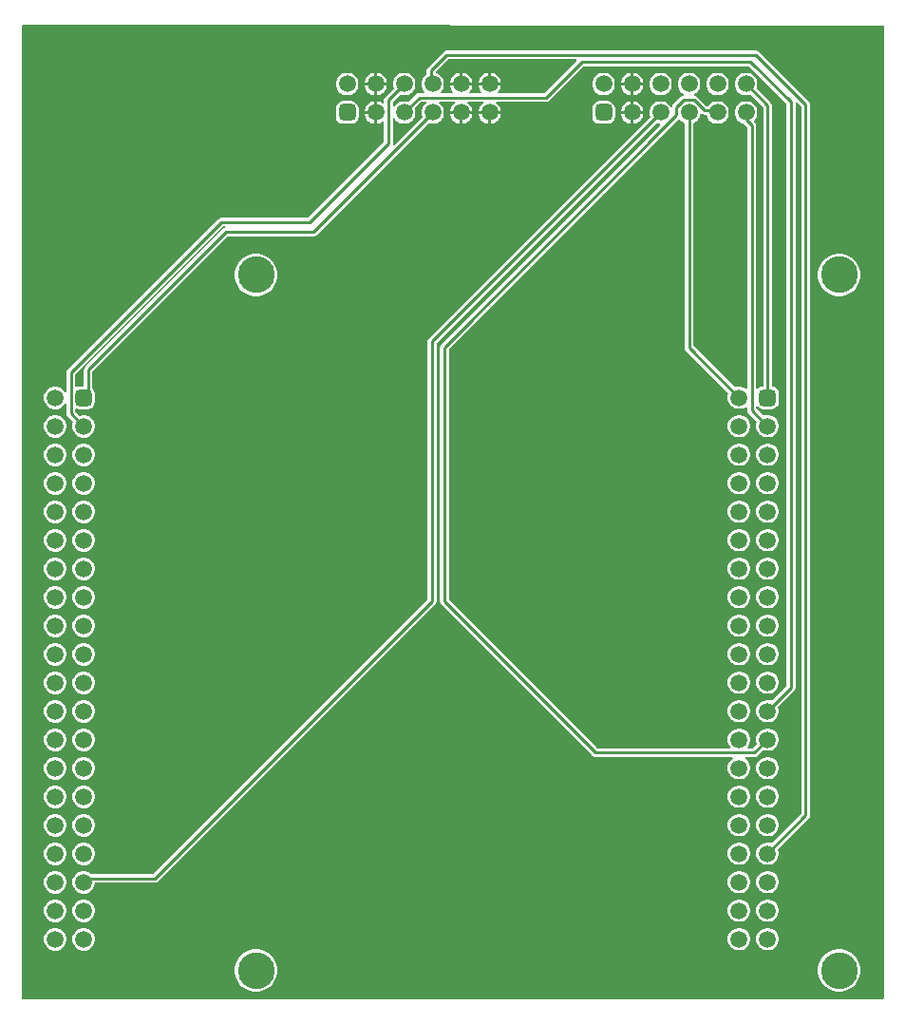
<source format=gtl>
G04*
G04 #@! TF.GenerationSoftware,Altium Limited,Altium Designer,23.6.0 (18)*
G04*
G04 Layer_Physical_Order=1*
G04 Layer_Color=255*
%FSLAX44Y44*%
%MOMM*%
G71*
G04*
G04 #@! TF.SameCoordinates,601DDEDB-8D37-4A0F-BDDB-BED4ADFAC405*
G04*
G04*
G04 #@! TF.FilePolarity,Positive*
G04*
G01*
G75*
%ADD13C,0.2540*%
%ADD16C,3.2639*%
%ADD18C,1.5000*%
G04:AMPARAMS|DCode=19|XSize=1.5mm|YSize=1.5mm|CornerRadius=0.375mm|HoleSize=0mm|Usage=FLASHONLY|Rotation=0.000|XOffset=0mm|YOffset=0mm|HoleType=Round|Shape=RoundedRectangle|*
%AMROUNDEDRECTD19*
21,1,1.5000,0.7500,0,0,0.0*
21,1,0.7500,1.5000,0,0,0.0*
1,1,0.7500,0.3750,-0.3750*
1,1,0.7500,-0.3750,-0.3750*
1,1,0.7500,-0.3750,0.3750*
1,1,0.7500,0.3750,0.3750*
%
%ADD19ROUNDEDRECTD19*%
G04:AMPARAMS|DCode=20|XSize=1.5mm|YSize=1.5mm|CornerRadius=0.375mm|HoleSize=0mm|Usage=FLASHONLY|Rotation=270.000|XOffset=0mm|YOffset=0mm|HoleType=Round|Shape=RoundedRectangle|*
%AMROUNDEDRECTD20*
21,1,1.5000,0.7500,0,0,270.0*
21,1,0.7500,1.5000,0,0,270.0*
1,1,0.7500,-0.3750,-0.3750*
1,1,0.7500,-0.3750,0.3750*
1,1,0.7500,0.3750,0.3750*
1,1,0.7500,0.3750,-0.3750*
%
%ADD20ROUNDEDRECTD20*%
G36*
X1850000Y994000D02*
Y128000D01*
X1848000Y126000D01*
X1081000D01*
Y994101D01*
X1081899Y994999D01*
X1850000Y994000D01*
D02*
G37*
%LPC*%
G36*
X1626621Y952091D02*
X1626570D01*
Y943321D01*
X1635340D01*
Y943373D01*
X1634655Y945926D01*
X1633334Y948216D01*
X1631464Y950085D01*
X1629175Y951407D01*
X1626621Y952091D01*
D02*
G37*
G36*
X1624030D02*
X1623978D01*
X1621424Y951407D01*
X1619135Y950085D01*
X1617266Y948216D01*
X1615944Y945926D01*
X1615260Y943373D01*
Y943321D01*
X1624030D01*
Y952091D01*
D02*
G37*
G36*
X1398020D02*
X1397968D01*
Y943321D01*
X1406738D01*
Y943373D01*
X1406054Y945926D01*
X1404732Y948216D01*
X1402863Y950085D01*
X1400573Y951407D01*
X1398020Y952091D01*
D02*
G37*
G36*
X1395428D02*
X1395376D01*
X1392823Y951407D01*
X1390533Y950085D01*
X1388664Y948216D01*
X1387342Y945926D01*
X1386658Y943373D01*
Y943321D01*
X1395428D01*
Y952091D01*
D02*
G37*
G36*
X1702821D02*
X1700178D01*
X1697624Y951407D01*
X1695335Y950085D01*
X1693466Y948216D01*
X1692144Y945926D01*
X1691460Y943373D01*
Y940729D01*
X1692144Y938176D01*
X1693466Y935886D01*
X1695335Y934017D01*
X1697624Y932695D01*
X1700178Y932011D01*
X1702821D01*
X1705375Y932695D01*
X1707664Y934017D01*
X1709534Y935886D01*
X1710855Y938176D01*
X1711540Y940729D01*
Y943373D01*
X1710855Y945926D01*
X1709534Y948216D01*
X1707664Y950085D01*
X1705375Y951407D01*
X1702821Y952091D01*
D02*
G37*
G36*
X1652021D02*
X1649378D01*
X1646824Y951407D01*
X1644535Y950085D01*
X1642666Y948216D01*
X1641344Y945926D01*
X1640660Y943373D01*
Y940729D01*
X1641344Y938176D01*
X1642666Y935886D01*
X1644535Y934017D01*
X1646824Y932695D01*
X1649378Y932011D01*
X1652021D01*
X1654575Y932695D01*
X1656864Y934017D01*
X1658734Y935886D01*
X1660055Y938176D01*
X1660740Y940729D01*
Y943373D01*
X1660055Y945926D01*
X1658734Y948216D01*
X1656864Y950085D01*
X1654575Y951407D01*
X1652021Y952091D01*
D02*
G37*
G36*
X1635340Y940781D02*
X1626570D01*
Y932011D01*
X1626621D01*
X1629175Y932695D01*
X1631464Y934017D01*
X1633334Y935886D01*
X1634655Y938176D01*
X1635340Y940729D01*
Y940781D01*
D02*
G37*
G36*
X1624030D02*
X1615260D01*
Y940729D01*
X1615944Y938176D01*
X1617266Y935886D01*
X1619135Y934017D01*
X1621424Y932695D01*
X1623978Y932011D01*
X1624030D01*
Y940781D01*
D02*
G37*
G36*
X1601221Y952091D02*
X1598578D01*
X1596024Y951407D01*
X1593735Y950085D01*
X1591866Y948216D01*
X1590544Y945926D01*
X1589860Y943373D01*
Y940729D01*
X1590544Y938176D01*
X1591866Y935886D01*
X1593735Y934017D01*
X1596024Y932695D01*
X1598578Y932011D01*
X1601221D01*
X1603775Y932695D01*
X1606064Y934017D01*
X1607934Y935886D01*
X1609255Y938176D01*
X1609940Y940729D01*
Y943373D01*
X1609255Y945926D01*
X1607934Y948216D01*
X1606064Y950085D01*
X1603775Y951407D01*
X1601221Y952091D01*
D02*
G37*
G36*
X1406738Y940781D02*
X1397968D01*
Y932011D01*
X1398020D01*
X1400573Y932695D01*
X1402863Y934017D01*
X1404732Y935886D01*
X1406054Y938176D01*
X1406738Y940729D01*
Y940781D01*
D02*
G37*
G36*
X1395428D02*
X1386658D01*
Y940729D01*
X1387342Y938176D01*
X1388664Y935886D01*
X1390533Y934017D01*
X1392823Y932695D01*
X1395376Y932011D01*
X1395428D01*
Y940781D01*
D02*
G37*
G36*
X1372620Y952091D02*
X1369976D01*
X1367423Y951407D01*
X1365134Y950085D01*
X1363264Y948216D01*
X1361942Y945926D01*
X1361258Y943373D01*
Y940729D01*
X1361942Y938176D01*
X1363264Y935886D01*
X1365134Y934017D01*
X1367423Y932695D01*
X1369976Y932011D01*
X1372620D01*
X1375173Y932695D01*
X1377463Y934017D01*
X1379332Y935886D01*
X1380654Y938176D01*
X1381338Y940729D01*
Y943373D01*
X1380654Y945926D01*
X1379332Y948216D01*
X1377463Y950085D01*
X1375173Y951407D01*
X1372620Y952091D01*
D02*
G37*
G36*
X1626621Y926691D02*
X1626570D01*
Y917921D01*
X1635340D01*
Y917973D01*
X1634655Y920526D01*
X1633334Y922816D01*
X1631464Y924685D01*
X1629175Y926007D01*
X1626621Y926691D01*
D02*
G37*
G36*
X1624030D02*
X1623978D01*
X1621424Y926007D01*
X1619135Y924685D01*
X1617266Y922816D01*
X1615944Y920526D01*
X1615260Y917973D01*
Y917921D01*
X1624030D01*
Y926691D01*
D02*
G37*
G36*
X1395428D02*
X1395376D01*
X1392823Y926007D01*
X1390533Y924685D01*
X1388664Y922816D01*
X1387342Y920526D01*
X1386658Y917973D01*
Y917921D01*
X1395428D01*
Y926691D01*
D02*
G37*
G36*
X1635340Y915381D02*
X1626570D01*
Y906611D01*
X1626621D01*
X1629175Y907295D01*
X1631464Y908617D01*
X1633334Y910486D01*
X1634655Y912776D01*
X1635340Y915329D01*
Y915381D01*
D02*
G37*
G36*
X1624030D02*
X1615260D01*
Y915329D01*
X1615944Y912776D01*
X1617266Y910486D01*
X1619135Y908617D01*
X1621424Y907295D01*
X1623978Y906611D01*
X1624030D01*
Y915381D01*
D02*
G37*
G36*
X1508338D02*
X1499568D01*
Y906611D01*
X1499620D01*
X1502173Y907295D01*
X1504463Y908617D01*
X1506332Y910486D01*
X1507654Y912776D01*
X1508338Y915329D01*
Y915381D01*
D02*
G37*
G36*
X1497028D02*
X1488258D01*
Y915329D01*
X1488942Y912776D01*
X1490264Y910486D01*
X1492133Y908617D01*
X1494423Y907295D01*
X1496976Y906611D01*
X1497028D01*
Y915381D01*
D02*
G37*
G36*
X1482938D02*
X1474168D01*
Y906611D01*
X1474220D01*
X1476774Y907295D01*
X1479063Y908617D01*
X1480932Y910486D01*
X1482254Y912776D01*
X1482938Y915329D01*
Y915381D01*
D02*
G37*
G36*
X1471628D02*
X1462858D01*
Y915329D01*
X1463542Y912776D01*
X1464864Y910486D01*
X1466734Y908617D01*
X1469023Y907295D01*
X1471576Y906611D01*
X1471628D01*
Y915381D01*
D02*
G37*
G36*
X1395428D02*
X1386658D01*
Y915329D01*
X1387342Y912776D01*
X1388664Y910486D01*
X1390533Y908617D01*
X1392823Y907295D01*
X1395376Y906611D01*
X1395428D01*
Y915381D01*
D02*
G37*
G36*
X1603650Y926814D02*
X1596150D01*
X1593695Y926326D01*
X1591615Y924936D01*
X1590225Y922855D01*
X1589736Y920401D01*
Y912901D01*
X1590225Y910447D01*
X1591615Y908366D01*
X1593695Y906976D01*
X1596150Y906488D01*
X1603650D01*
X1606104Y906976D01*
X1608185Y908366D01*
X1609575Y910447D01*
X1610063Y912901D01*
Y920401D01*
X1609575Y922855D01*
X1608185Y924936D01*
X1606104Y926326D01*
X1603650Y926814D01*
D02*
G37*
G36*
X1375048D02*
X1367548D01*
X1365094Y926326D01*
X1363013Y924936D01*
X1361623Y922855D01*
X1361135Y920401D01*
Y912901D01*
X1361623Y910447D01*
X1363013Y908366D01*
X1365094Y906976D01*
X1367548Y906488D01*
X1375048D01*
X1377502Y906976D01*
X1379583Y908366D01*
X1380973Y910447D01*
X1381461Y912901D01*
Y920401D01*
X1380973Y922855D01*
X1379583Y924936D01*
X1377502Y926326D01*
X1375048Y926814D01*
D02*
G37*
G36*
X1811857Y790860D02*
X1808143D01*
X1804499Y790135D01*
X1801067Y788713D01*
X1797978Y786649D01*
X1795351Y784022D01*
X1793287Y780933D01*
X1791865Y777501D01*
X1791140Y773857D01*
Y770143D01*
X1791865Y766499D01*
X1793287Y763067D01*
X1795351Y759978D01*
X1797978Y757351D01*
X1801067Y755287D01*
X1804499Y753865D01*
X1808143Y753140D01*
X1811857D01*
X1815501Y753865D01*
X1818933Y755287D01*
X1822022Y757351D01*
X1824649Y759978D01*
X1826713Y763067D01*
X1828135Y766499D01*
X1828860Y770143D01*
Y773857D01*
X1828135Y777501D01*
X1826713Y780933D01*
X1824649Y784022D01*
X1822022Y786649D01*
X1818933Y788713D01*
X1815501Y790135D01*
X1811857Y790860D01*
D02*
G37*
G36*
X1291857D02*
X1288143D01*
X1284499Y790135D01*
X1281067Y788713D01*
X1277978Y786649D01*
X1275351Y784022D01*
X1273287Y780933D01*
X1271865Y777501D01*
X1271141Y773857D01*
Y770143D01*
X1271865Y766499D01*
X1273287Y763067D01*
X1275351Y759978D01*
X1277978Y757351D01*
X1281067Y755287D01*
X1284499Y753865D01*
X1288143Y753140D01*
X1291857D01*
X1295501Y753865D01*
X1298933Y755287D01*
X1302022Y757351D01*
X1304649Y759978D01*
X1306713Y763067D01*
X1308135Y766499D01*
X1308860Y770143D01*
Y773857D01*
X1308135Y777501D01*
X1306713Y780933D01*
X1304649Y784022D01*
X1302022Y786649D01*
X1298933Y788713D01*
X1295501Y790135D01*
X1291857Y790860D01*
D02*
G37*
G36*
X1728221Y952091D02*
X1725578D01*
X1723024Y951407D01*
X1720735Y950085D01*
X1718866Y948216D01*
X1717544Y945926D01*
X1716860Y943373D01*
Y940729D01*
X1717544Y938176D01*
X1718866Y935886D01*
X1720735Y934017D01*
X1723024Y932695D01*
X1725578Y932011D01*
X1728221D01*
X1730764Y932692D01*
X1742115Y921342D01*
Y672736D01*
X1739796Y672275D01*
X1737715Y670885D01*
X1737065Y669911D01*
X1735795Y670296D01*
Y905090D01*
X1735499Y906577D01*
X1734657Y907837D01*
X1733470Y909023D01*
X1734934Y910486D01*
X1736255Y912776D01*
X1736940Y915329D01*
Y917973D01*
X1736255Y920526D01*
X1734934Y922816D01*
X1733064Y924685D01*
X1730775Y926007D01*
X1728221Y926691D01*
X1725578D01*
X1723024Y926007D01*
X1720735Y924685D01*
X1718866Y922816D01*
X1717544Y920526D01*
X1716860Y917973D01*
Y915329D01*
X1717544Y912776D01*
X1718866Y910486D01*
X1720735Y908617D01*
X1723024Y907295D01*
X1724645Y906861D01*
X1728025Y903481D01*
Y671033D01*
X1726852Y670547D01*
X1726765Y670634D01*
X1724475Y671956D01*
X1721922Y672640D01*
X1719278D01*
X1716735Y671959D01*
X1679984Y708709D01*
Y907301D01*
X1682264Y908617D01*
X1684134Y910486D01*
X1685455Y912776D01*
X1686140Y915329D01*
Y915453D01*
X1687313Y915939D01*
X1687443Y915809D01*
X1688703Y914967D01*
X1690190Y914671D01*
X1691636D01*
X1692144Y912776D01*
X1693466Y910486D01*
X1695335Y908617D01*
X1697624Y907295D01*
X1700178Y906611D01*
X1702821D01*
X1705375Y907295D01*
X1707664Y908617D01*
X1709534Y910486D01*
X1710855Y912776D01*
X1711540Y915329D01*
Y917973D01*
X1710855Y920526D01*
X1709534Y922816D01*
X1707664Y924685D01*
X1705375Y926007D01*
X1702821Y926691D01*
X1700178D01*
X1697624Y926007D01*
X1695335Y924685D01*
X1693466Y922816D01*
X1693249Y922440D01*
X1691799D01*
X1683531Y930708D01*
X1682271Y931550D01*
X1680977Y931807D01*
X1680754Y932318D01*
X1680703Y933116D01*
X1682264Y934017D01*
X1684134Y935886D01*
X1685455Y938176D01*
X1686140Y940729D01*
Y943373D01*
X1685455Y945926D01*
X1684134Y948216D01*
X1682264Y950085D01*
X1679975Y951407D01*
X1677421Y952091D01*
X1674778D01*
X1672224Y951407D01*
X1669935Y950085D01*
X1668066Y948216D01*
X1666744Y945926D01*
X1666060Y943373D01*
Y940729D01*
X1666744Y938176D01*
X1668066Y935886D01*
X1669935Y934017D01*
X1671496Y933116D01*
X1671445Y932318D01*
X1671222Y931807D01*
X1669928Y931550D01*
X1668668Y930708D01*
X1662253Y924293D01*
X1661411Y923033D01*
X1661115Y921546D01*
Y921231D01*
X1659845Y920890D01*
X1658734Y922816D01*
X1656864Y924685D01*
X1654575Y926007D01*
X1652021Y926691D01*
X1649378D01*
X1646824Y926007D01*
X1644535Y924685D01*
X1642666Y922816D01*
X1641344Y920526D01*
X1640660Y917973D01*
Y915329D01*
X1641341Y912786D01*
X1444253Y715698D01*
X1443411Y714438D01*
X1443115Y712952D01*
Y482609D01*
X1198383Y237877D01*
X1143203D01*
X1142496Y238584D01*
X1140207Y239906D01*
X1137653Y240590D01*
X1135009D01*
X1132456Y239906D01*
X1130166Y238584D01*
X1128297Y236715D01*
X1126975Y234425D01*
X1126291Y231872D01*
Y229228D01*
X1126975Y226675D01*
X1128297Y224385D01*
X1130166Y222516D01*
X1132456Y221194D01*
X1135009Y220510D01*
X1137653D01*
X1140207Y221194D01*
X1142496Y222516D01*
X1144365Y224385D01*
X1145687Y226675D01*
X1146371Y229228D01*
Y230108D01*
X1199992D01*
X1201479Y230403D01*
X1202739Y231245D01*
X1449747Y478253D01*
X1450589Y479513D01*
X1450885Y481000D01*
Y711342D01*
X1646835Y907292D01*
X1649378Y906611D01*
X1649978D01*
X1650464Y905438D01*
X1455253Y710227D01*
X1454411Y708967D01*
X1454115Y707480D01*
Y481000D01*
X1454411Y479513D01*
X1455253Y478253D01*
X1590253Y343253D01*
X1591513Y342411D01*
X1593000Y342115D01*
X1714807D01*
X1715148Y340845D01*
X1714435Y340434D01*
X1712566Y338565D01*
X1711244Y336275D01*
X1710560Y333722D01*
Y331078D01*
X1711244Y328525D01*
X1712566Y326235D01*
X1714435Y324366D01*
X1716725Y323044D01*
X1719278Y322360D01*
X1721922D01*
X1724475Y323044D01*
X1726765Y324366D01*
X1728634Y326235D01*
X1729956Y328525D01*
X1730640Y331078D01*
Y333722D01*
X1729956Y336275D01*
X1728634Y338565D01*
X1726765Y340434D01*
X1726052Y340845D01*
X1726393Y342115D01*
X1734200D01*
X1735687Y342411D01*
X1736947Y343253D01*
X1742135Y348441D01*
X1744678Y347760D01*
X1747322D01*
X1749875Y348444D01*
X1752165Y349766D01*
X1754034Y351635D01*
X1755356Y353925D01*
X1756040Y356478D01*
Y359122D01*
X1755356Y361675D01*
X1754034Y363965D01*
X1752165Y365834D01*
X1749875Y367156D01*
X1747322Y367840D01*
X1744678D01*
X1742125Y367156D01*
X1739835Y365834D01*
X1737966Y363965D01*
X1736644Y361675D01*
X1735960Y359122D01*
Y356478D01*
X1736641Y353935D01*
X1732591Y349885D01*
X1728543D01*
X1728057Y351058D01*
X1728634Y351635D01*
X1729956Y353925D01*
X1730640Y356478D01*
Y359122D01*
X1729956Y361675D01*
X1728634Y363965D01*
X1726765Y365834D01*
X1724475Y367156D01*
X1721922Y367840D01*
X1719278D01*
X1716725Y367156D01*
X1714435Y365834D01*
X1712566Y363965D01*
X1711244Y361675D01*
X1710560Y359122D01*
Y356478D01*
X1711244Y353925D01*
X1712566Y351635D01*
X1713143Y351058D01*
X1712657Y349885D01*
X1594609D01*
X1461885Y482609D01*
Y705871D01*
X1666755Y910741D01*
X1668014Y910575D01*
X1668066Y910486D01*
X1669935Y908617D01*
X1672215Y907301D01*
Y707100D01*
X1672511Y705614D01*
X1673353Y704353D01*
X1711241Y666465D01*
X1710560Y663922D01*
Y661278D01*
X1711244Y658725D01*
X1712566Y656435D01*
X1714435Y654566D01*
X1716725Y653244D01*
X1719278Y652560D01*
X1721922D01*
X1724475Y653244D01*
X1726765Y654566D01*
X1726852Y654653D01*
X1728025Y654167D01*
Y651290D01*
X1728321Y649803D01*
X1729163Y648543D01*
X1736641Y641065D01*
X1735960Y638522D01*
Y635878D01*
X1736644Y633325D01*
X1737966Y631035D01*
X1739835Y629166D01*
X1742125Y627844D01*
X1744678Y627160D01*
X1747322D01*
X1749875Y627844D01*
X1752165Y629166D01*
X1754034Y631035D01*
X1755356Y633325D01*
X1756040Y635878D01*
Y638522D01*
X1755356Y641075D01*
X1754034Y643365D01*
X1752165Y645234D01*
X1749875Y646556D01*
X1747322Y647240D01*
X1744678D01*
X1742135Y646559D01*
X1735795Y652899D01*
Y654903D01*
X1737065Y655289D01*
X1737715Y654315D01*
X1739796Y652925D01*
X1742250Y652437D01*
X1749750D01*
X1752204Y652925D01*
X1754285Y654315D01*
X1755675Y656396D01*
X1756163Y658850D01*
Y666350D01*
X1755675Y668804D01*
X1754285Y670885D01*
X1752204Y672275D01*
X1749885Y672736D01*
Y922951D01*
X1749589Y924437D01*
X1748747Y925698D01*
X1736258Y938186D01*
X1736940Y940729D01*
Y943373D01*
X1736255Y945926D01*
X1734934Y948216D01*
X1733064Y950085D01*
X1730775Y951407D01*
X1728221Y952091D01*
D02*
G37*
G36*
X1721922Y647240D02*
X1719278D01*
X1716725Y646556D01*
X1714435Y645234D01*
X1712566Y643365D01*
X1711244Y641075D01*
X1710560Y638522D01*
Y635878D01*
X1711244Y633325D01*
X1712566Y631035D01*
X1714435Y629166D01*
X1716725Y627844D01*
X1719278Y627160D01*
X1721922D01*
X1724475Y627844D01*
X1726765Y629166D01*
X1728634Y631035D01*
X1729956Y633325D01*
X1730640Y635878D01*
Y638522D01*
X1729956Y641075D01*
X1728634Y643365D01*
X1726765Y645234D01*
X1724475Y646556D01*
X1721922Y647240D01*
D02*
G37*
G36*
X1112253Y646990D02*
X1109609D01*
X1107056Y646306D01*
X1104766Y644984D01*
X1102897Y643115D01*
X1101575Y640825D01*
X1100891Y638272D01*
Y635628D01*
X1101575Y633075D01*
X1102897Y630785D01*
X1104766Y628916D01*
X1107056Y627594D01*
X1109609Y626910D01*
X1112253D01*
X1114807Y627594D01*
X1117096Y628916D01*
X1118965Y630785D01*
X1120287Y633075D01*
X1120971Y635628D01*
Y638272D01*
X1120287Y640825D01*
X1118965Y643115D01*
X1117096Y644984D01*
X1114807Y646306D01*
X1112253Y646990D01*
D02*
G37*
G36*
X1747322Y621840D02*
X1744678D01*
X1742125Y621156D01*
X1739835Y619834D01*
X1737966Y617965D01*
X1736644Y615675D01*
X1735960Y613122D01*
Y610478D01*
X1736644Y607925D01*
X1737966Y605635D01*
X1739835Y603766D01*
X1742125Y602444D01*
X1744678Y601760D01*
X1747322D01*
X1749875Y602444D01*
X1752165Y603766D01*
X1754034Y605635D01*
X1755356Y607925D01*
X1756040Y610478D01*
Y613122D01*
X1755356Y615675D01*
X1754034Y617965D01*
X1752165Y619834D01*
X1749875Y621156D01*
X1747322Y621840D01*
D02*
G37*
G36*
X1721922D02*
X1719278D01*
X1716725Y621156D01*
X1714435Y619834D01*
X1712566Y617965D01*
X1711244Y615675D01*
X1710560Y613122D01*
Y610478D01*
X1711244Y607925D01*
X1712566Y605635D01*
X1714435Y603766D01*
X1716725Y602444D01*
X1719278Y601760D01*
X1721922D01*
X1724475Y602444D01*
X1726765Y603766D01*
X1728634Y605635D01*
X1729956Y607925D01*
X1730640Y610478D01*
Y613122D01*
X1729956Y615675D01*
X1728634Y617965D01*
X1726765Y619834D01*
X1724475Y621156D01*
X1721922Y621840D01*
D02*
G37*
G36*
X1137653Y621590D02*
X1135009D01*
X1132456Y620906D01*
X1130166Y619584D01*
X1128297Y617715D01*
X1126975Y615425D01*
X1126291Y612872D01*
Y610228D01*
X1126975Y607675D01*
X1128297Y605385D01*
X1130166Y603516D01*
X1132456Y602194D01*
X1135009Y601510D01*
X1137653D01*
X1140207Y602194D01*
X1142496Y603516D01*
X1144365Y605385D01*
X1145687Y607675D01*
X1146371Y610228D01*
Y612872D01*
X1145687Y615425D01*
X1144365Y617715D01*
X1142496Y619584D01*
X1140207Y620906D01*
X1137653Y621590D01*
D02*
G37*
G36*
X1112253D02*
X1109609D01*
X1107056Y620906D01*
X1104766Y619584D01*
X1102897Y617715D01*
X1101575Y615425D01*
X1100891Y612872D01*
Y610228D01*
X1101575Y607675D01*
X1102897Y605385D01*
X1104766Y603516D01*
X1107056Y602194D01*
X1109609Y601510D01*
X1112253D01*
X1114807Y602194D01*
X1117096Y603516D01*
X1118965Y605385D01*
X1120287Y607675D01*
X1120971Y610228D01*
Y612872D01*
X1120287Y615425D01*
X1118965Y617715D01*
X1117096Y619584D01*
X1114807Y620906D01*
X1112253Y621590D01*
D02*
G37*
G36*
X1747322Y596440D02*
X1744678D01*
X1742125Y595756D01*
X1739835Y594434D01*
X1737966Y592565D01*
X1736644Y590275D01*
X1735960Y587722D01*
Y585078D01*
X1736644Y582525D01*
X1737966Y580235D01*
X1739835Y578366D01*
X1742125Y577044D01*
X1744678Y576360D01*
X1747322D01*
X1749875Y577044D01*
X1752165Y578366D01*
X1754034Y580235D01*
X1755356Y582525D01*
X1756040Y585078D01*
Y587722D01*
X1755356Y590275D01*
X1754034Y592565D01*
X1752165Y594434D01*
X1749875Y595756D01*
X1747322Y596440D01*
D02*
G37*
G36*
X1721922D02*
X1719278D01*
X1716725Y595756D01*
X1714435Y594434D01*
X1712566Y592565D01*
X1711244Y590275D01*
X1710560Y587722D01*
Y585078D01*
X1711244Y582525D01*
X1712566Y580235D01*
X1714435Y578366D01*
X1716725Y577044D01*
X1719278Y576360D01*
X1721922D01*
X1724475Y577044D01*
X1726765Y578366D01*
X1728634Y580235D01*
X1729956Y582525D01*
X1730640Y585078D01*
Y587722D01*
X1729956Y590275D01*
X1728634Y592565D01*
X1726765Y594434D01*
X1724475Y595756D01*
X1721922Y596440D01*
D02*
G37*
G36*
X1137653Y596190D02*
X1135009D01*
X1132456Y595506D01*
X1130166Y594184D01*
X1128297Y592315D01*
X1126975Y590025D01*
X1126291Y587472D01*
Y584828D01*
X1126975Y582275D01*
X1128297Y579985D01*
X1130166Y578116D01*
X1132456Y576794D01*
X1135009Y576110D01*
X1137653D01*
X1140207Y576794D01*
X1142496Y578116D01*
X1144365Y579985D01*
X1145687Y582275D01*
X1146371Y584828D01*
Y587472D01*
X1145687Y590025D01*
X1144365Y592315D01*
X1142496Y594184D01*
X1140207Y595506D01*
X1137653Y596190D01*
D02*
G37*
G36*
X1112253D02*
X1109609D01*
X1107056Y595506D01*
X1104766Y594184D01*
X1102897Y592315D01*
X1101575Y590025D01*
X1100891Y587472D01*
Y584828D01*
X1101575Y582275D01*
X1102897Y579985D01*
X1104766Y578116D01*
X1107056Y576794D01*
X1109609Y576110D01*
X1112253D01*
X1114807Y576794D01*
X1117096Y578116D01*
X1118965Y579985D01*
X1120287Y582275D01*
X1120971Y584828D01*
Y587472D01*
X1120287Y590025D01*
X1118965Y592315D01*
X1117096Y594184D01*
X1114807Y595506D01*
X1112253Y596190D01*
D02*
G37*
G36*
X1747322Y571040D02*
X1744678D01*
X1742125Y570356D01*
X1739835Y569034D01*
X1737966Y567165D01*
X1736644Y564875D01*
X1735960Y562322D01*
Y559678D01*
X1736644Y557125D01*
X1737966Y554835D01*
X1739835Y552966D01*
X1742125Y551644D01*
X1744678Y550960D01*
X1747322D01*
X1749875Y551644D01*
X1752165Y552966D01*
X1754034Y554835D01*
X1755356Y557125D01*
X1756040Y559678D01*
Y562322D01*
X1755356Y564875D01*
X1754034Y567165D01*
X1752165Y569034D01*
X1749875Y570356D01*
X1747322Y571040D01*
D02*
G37*
G36*
X1721922D02*
X1719278D01*
X1716725Y570356D01*
X1714435Y569034D01*
X1712566Y567165D01*
X1711244Y564875D01*
X1710560Y562322D01*
Y559678D01*
X1711244Y557125D01*
X1712566Y554835D01*
X1714435Y552966D01*
X1716725Y551644D01*
X1719278Y550960D01*
X1721922D01*
X1724475Y551644D01*
X1726765Y552966D01*
X1728634Y554835D01*
X1729956Y557125D01*
X1730640Y559678D01*
Y562322D01*
X1729956Y564875D01*
X1728634Y567165D01*
X1726765Y569034D01*
X1724475Y570356D01*
X1721922Y571040D01*
D02*
G37*
G36*
X1137653Y570790D02*
X1135009D01*
X1132456Y570106D01*
X1130166Y568784D01*
X1128297Y566915D01*
X1126975Y564625D01*
X1126291Y562072D01*
Y559428D01*
X1126975Y556875D01*
X1128297Y554585D01*
X1130166Y552716D01*
X1132456Y551394D01*
X1135009Y550710D01*
X1137653D01*
X1140207Y551394D01*
X1142496Y552716D01*
X1144365Y554585D01*
X1145687Y556875D01*
X1146371Y559428D01*
Y562072D01*
X1145687Y564625D01*
X1144365Y566915D01*
X1142496Y568784D01*
X1140207Y570106D01*
X1137653Y570790D01*
D02*
G37*
G36*
X1112253D02*
X1109609D01*
X1107056Y570106D01*
X1104766Y568784D01*
X1102897Y566915D01*
X1101575Y564625D01*
X1100891Y562072D01*
Y559428D01*
X1101575Y556875D01*
X1102897Y554585D01*
X1104766Y552716D01*
X1107056Y551394D01*
X1109609Y550710D01*
X1112253D01*
X1114807Y551394D01*
X1117096Y552716D01*
X1118965Y554585D01*
X1120287Y556875D01*
X1120971Y559428D01*
Y562072D01*
X1120287Y564625D01*
X1118965Y566915D01*
X1117096Y568784D01*
X1114807Y570106D01*
X1112253Y570790D01*
D02*
G37*
G36*
X1747322Y545640D02*
X1744678D01*
X1742125Y544956D01*
X1739835Y543634D01*
X1737966Y541765D01*
X1736644Y539475D01*
X1735960Y536922D01*
Y534278D01*
X1736644Y531725D01*
X1737966Y529435D01*
X1739835Y527566D01*
X1742125Y526244D01*
X1744678Y525560D01*
X1747322D01*
X1749875Y526244D01*
X1752165Y527566D01*
X1754034Y529435D01*
X1755356Y531725D01*
X1756040Y534278D01*
Y536922D01*
X1755356Y539475D01*
X1754034Y541765D01*
X1752165Y543634D01*
X1749875Y544956D01*
X1747322Y545640D01*
D02*
G37*
G36*
X1721922D02*
X1719278D01*
X1716725Y544956D01*
X1714435Y543634D01*
X1712566Y541765D01*
X1711244Y539475D01*
X1710560Y536922D01*
Y534278D01*
X1711244Y531725D01*
X1712566Y529435D01*
X1714435Y527566D01*
X1716725Y526244D01*
X1719278Y525560D01*
X1721922D01*
X1724475Y526244D01*
X1726765Y527566D01*
X1728634Y529435D01*
X1729956Y531725D01*
X1730640Y534278D01*
Y536922D01*
X1729956Y539475D01*
X1728634Y541765D01*
X1726765Y543634D01*
X1724475Y544956D01*
X1721922Y545640D01*
D02*
G37*
G36*
X1137653Y545390D02*
X1135009D01*
X1132456Y544706D01*
X1130166Y543384D01*
X1128297Y541515D01*
X1126975Y539225D01*
X1126291Y536672D01*
Y534028D01*
X1126975Y531475D01*
X1128297Y529185D01*
X1130166Y527316D01*
X1132456Y525994D01*
X1135009Y525310D01*
X1137653D01*
X1140207Y525994D01*
X1142496Y527316D01*
X1144365Y529185D01*
X1145687Y531475D01*
X1146371Y534028D01*
Y536672D01*
X1145687Y539225D01*
X1144365Y541515D01*
X1142496Y543384D01*
X1140207Y544706D01*
X1137653Y545390D01*
D02*
G37*
G36*
X1112253D02*
X1109609D01*
X1107056Y544706D01*
X1104766Y543384D01*
X1102897Y541515D01*
X1101575Y539225D01*
X1100891Y536672D01*
Y534028D01*
X1101575Y531475D01*
X1102897Y529185D01*
X1104766Y527316D01*
X1107056Y525994D01*
X1109609Y525310D01*
X1112253D01*
X1114807Y525994D01*
X1117096Y527316D01*
X1118965Y529185D01*
X1120287Y531475D01*
X1120971Y534028D01*
Y536672D01*
X1120287Y539225D01*
X1118965Y541515D01*
X1117096Y543384D01*
X1114807Y544706D01*
X1112253Y545390D01*
D02*
G37*
G36*
X1747322Y520240D02*
X1744678D01*
X1742125Y519556D01*
X1739835Y518234D01*
X1737966Y516365D01*
X1736644Y514075D01*
X1735960Y511522D01*
Y508878D01*
X1736644Y506325D01*
X1737966Y504035D01*
X1739835Y502166D01*
X1742125Y500844D01*
X1744678Y500160D01*
X1747322D01*
X1749875Y500844D01*
X1752165Y502166D01*
X1754034Y504035D01*
X1755356Y506325D01*
X1756040Y508878D01*
Y511522D01*
X1755356Y514075D01*
X1754034Y516365D01*
X1752165Y518234D01*
X1749875Y519556D01*
X1747322Y520240D01*
D02*
G37*
G36*
X1721922D02*
X1719278D01*
X1716725Y519556D01*
X1714435Y518234D01*
X1712566Y516365D01*
X1711244Y514075D01*
X1710560Y511522D01*
Y508878D01*
X1711244Y506325D01*
X1712566Y504035D01*
X1714435Y502166D01*
X1716725Y500844D01*
X1719278Y500160D01*
X1721922D01*
X1724475Y500844D01*
X1726765Y502166D01*
X1728634Y504035D01*
X1729956Y506325D01*
X1730640Y508878D01*
Y511522D01*
X1729956Y514075D01*
X1728634Y516365D01*
X1726765Y518234D01*
X1724475Y519556D01*
X1721922Y520240D01*
D02*
G37*
G36*
X1137653Y519990D02*
X1135009D01*
X1132456Y519306D01*
X1130166Y517984D01*
X1128297Y516115D01*
X1126975Y513825D01*
X1126291Y511272D01*
Y508628D01*
X1126975Y506075D01*
X1128297Y503785D01*
X1130166Y501916D01*
X1132456Y500594D01*
X1135009Y499910D01*
X1137653D01*
X1140207Y500594D01*
X1142496Y501916D01*
X1144365Y503785D01*
X1145687Y506075D01*
X1146371Y508628D01*
Y511272D01*
X1145687Y513825D01*
X1144365Y516115D01*
X1142496Y517984D01*
X1140207Y519306D01*
X1137653Y519990D01*
D02*
G37*
G36*
X1112253D02*
X1109609D01*
X1107056Y519306D01*
X1104766Y517984D01*
X1102897Y516115D01*
X1101575Y513825D01*
X1100891Y511272D01*
Y508628D01*
X1101575Y506075D01*
X1102897Y503785D01*
X1104766Y501916D01*
X1107056Y500594D01*
X1109609Y499910D01*
X1112253D01*
X1114807Y500594D01*
X1117096Y501916D01*
X1118965Y503785D01*
X1120287Y506075D01*
X1120971Y508628D01*
Y511272D01*
X1120287Y513825D01*
X1118965Y516115D01*
X1117096Y517984D01*
X1114807Y519306D01*
X1112253Y519990D01*
D02*
G37*
G36*
X1747322Y494840D02*
X1744678D01*
X1742125Y494156D01*
X1739835Y492834D01*
X1737966Y490965D01*
X1736644Y488675D01*
X1735960Y486122D01*
Y483478D01*
X1736644Y480925D01*
X1737966Y478635D01*
X1739835Y476766D01*
X1742125Y475444D01*
X1744678Y474760D01*
X1747322D01*
X1749875Y475444D01*
X1752165Y476766D01*
X1754034Y478635D01*
X1755356Y480925D01*
X1756040Y483478D01*
Y486122D01*
X1755356Y488675D01*
X1754034Y490965D01*
X1752165Y492834D01*
X1749875Y494156D01*
X1747322Y494840D01*
D02*
G37*
G36*
X1721922D02*
X1719278D01*
X1716725Y494156D01*
X1714435Y492834D01*
X1712566Y490965D01*
X1711244Y488675D01*
X1710560Y486122D01*
Y483478D01*
X1711244Y480925D01*
X1712566Y478635D01*
X1714435Y476766D01*
X1716725Y475444D01*
X1719278Y474760D01*
X1721922D01*
X1724475Y475444D01*
X1726765Y476766D01*
X1728634Y478635D01*
X1729956Y480925D01*
X1730640Y483478D01*
Y486122D01*
X1729956Y488675D01*
X1728634Y490965D01*
X1726765Y492834D01*
X1724475Y494156D01*
X1721922Y494840D01*
D02*
G37*
G36*
X1137653Y494590D02*
X1135009D01*
X1132456Y493906D01*
X1130166Y492584D01*
X1128297Y490715D01*
X1126975Y488425D01*
X1126291Y485872D01*
Y483228D01*
X1126975Y480675D01*
X1128297Y478385D01*
X1130166Y476516D01*
X1132456Y475194D01*
X1135009Y474510D01*
X1137653D01*
X1140207Y475194D01*
X1142496Y476516D01*
X1144365Y478385D01*
X1145687Y480675D01*
X1146371Y483228D01*
Y485872D01*
X1145687Y488425D01*
X1144365Y490715D01*
X1142496Y492584D01*
X1140207Y493906D01*
X1137653Y494590D01*
D02*
G37*
G36*
X1112253D02*
X1109609D01*
X1107056Y493906D01*
X1104766Y492584D01*
X1102897Y490715D01*
X1101575Y488425D01*
X1100891Y485872D01*
Y483228D01*
X1101575Y480675D01*
X1102897Y478385D01*
X1104766Y476516D01*
X1107056Y475194D01*
X1109609Y474510D01*
X1112253D01*
X1114807Y475194D01*
X1117096Y476516D01*
X1118965Y478385D01*
X1120287Y480675D01*
X1120971Y483228D01*
Y485872D01*
X1120287Y488425D01*
X1118965Y490715D01*
X1117096Y492584D01*
X1114807Y493906D01*
X1112253Y494590D01*
D02*
G37*
G36*
X1747322Y469440D02*
X1744678D01*
X1742125Y468756D01*
X1739835Y467434D01*
X1737966Y465565D01*
X1736644Y463275D01*
X1735960Y460722D01*
Y458078D01*
X1736644Y455525D01*
X1737966Y453235D01*
X1739835Y451366D01*
X1742125Y450044D01*
X1744678Y449360D01*
X1747322D01*
X1749875Y450044D01*
X1752165Y451366D01*
X1754034Y453235D01*
X1755356Y455525D01*
X1756040Y458078D01*
Y460722D01*
X1755356Y463275D01*
X1754034Y465565D01*
X1752165Y467434D01*
X1749875Y468756D01*
X1747322Y469440D01*
D02*
G37*
G36*
X1721922D02*
X1719278D01*
X1716725Y468756D01*
X1714435Y467434D01*
X1712566Y465565D01*
X1711244Y463275D01*
X1710560Y460722D01*
Y458078D01*
X1711244Y455525D01*
X1712566Y453235D01*
X1714435Y451366D01*
X1716725Y450044D01*
X1719278Y449360D01*
X1721922D01*
X1724475Y450044D01*
X1726765Y451366D01*
X1728634Y453235D01*
X1729956Y455525D01*
X1730640Y458078D01*
Y460722D01*
X1729956Y463275D01*
X1728634Y465565D01*
X1726765Y467434D01*
X1724475Y468756D01*
X1721922Y469440D01*
D02*
G37*
G36*
X1137653Y469190D02*
X1135009D01*
X1132456Y468506D01*
X1130166Y467184D01*
X1128297Y465315D01*
X1126975Y463025D01*
X1126291Y460472D01*
Y457828D01*
X1126975Y455275D01*
X1128297Y452985D01*
X1130166Y451116D01*
X1132456Y449794D01*
X1135009Y449110D01*
X1137653D01*
X1140207Y449794D01*
X1142496Y451116D01*
X1144365Y452985D01*
X1145687Y455275D01*
X1146371Y457828D01*
Y460472D01*
X1145687Y463025D01*
X1144365Y465315D01*
X1142496Y467184D01*
X1140207Y468506D01*
X1137653Y469190D01*
D02*
G37*
G36*
X1112253D02*
X1109609D01*
X1107056Y468506D01*
X1104766Y467184D01*
X1102897Y465315D01*
X1101575Y463025D01*
X1100891Y460472D01*
Y457828D01*
X1101575Y455275D01*
X1102897Y452985D01*
X1104766Y451116D01*
X1107056Y449794D01*
X1109609Y449110D01*
X1112253D01*
X1114807Y449794D01*
X1117096Y451116D01*
X1118965Y452985D01*
X1120287Y455275D01*
X1120971Y457828D01*
Y460472D01*
X1120287Y463025D01*
X1118965Y465315D01*
X1117096Y467184D01*
X1114807Y468506D01*
X1112253Y469190D01*
D02*
G37*
G36*
X1747322Y444040D02*
X1744678D01*
X1742125Y443356D01*
X1739835Y442034D01*
X1737966Y440165D01*
X1736644Y437875D01*
X1735960Y435322D01*
Y432678D01*
X1736644Y430125D01*
X1737966Y427835D01*
X1739835Y425966D01*
X1742125Y424644D01*
X1744678Y423960D01*
X1747322D01*
X1749875Y424644D01*
X1752165Y425966D01*
X1754034Y427835D01*
X1755356Y430125D01*
X1756040Y432678D01*
Y435322D01*
X1755356Y437875D01*
X1754034Y440165D01*
X1752165Y442034D01*
X1749875Y443356D01*
X1747322Y444040D01*
D02*
G37*
G36*
X1721922D02*
X1719278D01*
X1716725Y443356D01*
X1714435Y442034D01*
X1712566Y440165D01*
X1711244Y437875D01*
X1710560Y435322D01*
Y432678D01*
X1711244Y430125D01*
X1712566Y427835D01*
X1714435Y425966D01*
X1716725Y424644D01*
X1719278Y423960D01*
X1721922D01*
X1724475Y424644D01*
X1726765Y425966D01*
X1728634Y427835D01*
X1729956Y430125D01*
X1730640Y432678D01*
Y435322D01*
X1729956Y437875D01*
X1728634Y440165D01*
X1726765Y442034D01*
X1724475Y443356D01*
X1721922Y444040D01*
D02*
G37*
G36*
X1137653Y443790D02*
X1135009D01*
X1132456Y443106D01*
X1130166Y441784D01*
X1128297Y439915D01*
X1126975Y437625D01*
X1126291Y435072D01*
Y432428D01*
X1126975Y429875D01*
X1128297Y427585D01*
X1130166Y425716D01*
X1132456Y424394D01*
X1135009Y423710D01*
X1137653D01*
X1140207Y424394D01*
X1142496Y425716D01*
X1144365Y427585D01*
X1145687Y429875D01*
X1146371Y432428D01*
Y435072D01*
X1145687Y437625D01*
X1144365Y439915D01*
X1142496Y441784D01*
X1140207Y443106D01*
X1137653Y443790D01*
D02*
G37*
G36*
X1112253D02*
X1109609D01*
X1107056Y443106D01*
X1104766Y441784D01*
X1102897Y439915D01*
X1101575Y437625D01*
X1100891Y435072D01*
Y432428D01*
X1101575Y429875D01*
X1102897Y427585D01*
X1104766Y425716D01*
X1107056Y424394D01*
X1109609Y423710D01*
X1112253D01*
X1114807Y424394D01*
X1117096Y425716D01*
X1118965Y427585D01*
X1120287Y429875D01*
X1120971Y432428D01*
Y435072D01*
X1120287Y437625D01*
X1118965Y439915D01*
X1117096Y441784D01*
X1114807Y443106D01*
X1112253Y443790D01*
D02*
G37*
G36*
X1747322Y418640D02*
X1744678D01*
X1742125Y417956D01*
X1739835Y416634D01*
X1737966Y414765D01*
X1736644Y412475D01*
X1735960Y409922D01*
Y407278D01*
X1736644Y404725D01*
X1737966Y402435D01*
X1739835Y400566D01*
X1742125Y399244D01*
X1744678Y398560D01*
X1747322D01*
X1749875Y399244D01*
X1752165Y400566D01*
X1754034Y402435D01*
X1755356Y404725D01*
X1756040Y407278D01*
Y409922D01*
X1755356Y412475D01*
X1754034Y414765D01*
X1752165Y416634D01*
X1749875Y417956D01*
X1747322Y418640D01*
D02*
G37*
G36*
X1721922D02*
X1719278D01*
X1716725Y417956D01*
X1714435Y416634D01*
X1712566Y414765D01*
X1711244Y412475D01*
X1710560Y409922D01*
Y407278D01*
X1711244Y404725D01*
X1712566Y402435D01*
X1714435Y400566D01*
X1716725Y399244D01*
X1719278Y398560D01*
X1721922D01*
X1724475Y399244D01*
X1726765Y400566D01*
X1728634Y402435D01*
X1729956Y404725D01*
X1730640Y407278D01*
Y409922D01*
X1729956Y412475D01*
X1728634Y414765D01*
X1726765Y416634D01*
X1724475Y417956D01*
X1721922Y418640D01*
D02*
G37*
G36*
X1137653Y418390D02*
X1135009D01*
X1132456Y417706D01*
X1130166Y416384D01*
X1128297Y414515D01*
X1126975Y412225D01*
X1126291Y409672D01*
Y407028D01*
X1126975Y404475D01*
X1128297Y402185D01*
X1130166Y400316D01*
X1132456Y398994D01*
X1135009Y398310D01*
X1137653D01*
X1140207Y398994D01*
X1142496Y400316D01*
X1144365Y402185D01*
X1145687Y404475D01*
X1146371Y407028D01*
Y409672D01*
X1145687Y412225D01*
X1144365Y414515D01*
X1142496Y416384D01*
X1140207Y417706D01*
X1137653Y418390D01*
D02*
G37*
G36*
X1112253D02*
X1109609D01*
X1107056Y417706D01*
X1104766Y416384D01*
X1102897Y414515D01*
X1101575Y412225D01*
X1100891Y409672D01*
Y407028D01*
X1101575Y404475D01*
X1102897Y402185D01*
X1104766Y400316D01*
X1107056Y398994D01*
X1109609Y398310D01*
X1112253D01*
X1114807Y398994D01*
X1117096Y400316D01*
X1118965Y402185D01*
X1120287Y404475D01*
X1120971Y407028D01*
Y409672D01*
X1120287Y412225D01*
X1118965Y414515D01*
X1117096Y416384D01*
X1114807Y417706D01*
X1112253Y418390D01*
D02*
G37*
G36*
X1721922Y393240D02*
X1719278D01*
X1716725Y392556D01*
X1714435Y391234D01*
X1712566Y389365D01*
X1711244Y387075D01*
X1710560Y384522D01*
Y381878D01*
X1711244Y379325D01*
X1712566Y377035D01*
X1714435Y375166D01*
X1716725Y373844D01*
X1719278Y373160D01*
X1721922D01*
X1724475Y373844D01*
X1726765Y375166D01*
X1728634Y377035D01*
X1729956Y379325D01*
X1730640Y381878D01*
Y384522D01*
X1729956Y387075D01*
X1728634Y389365D01*
X1726765Y391234D01*
X1724475Y392556D01*
X1721922Y393240D01*
D02*
G37*
G36*
X1137653Y392990D02*
X1135009D01*
X1132456Y392306D01*
X1130166Y390984D01*
X1128297Y389115D01*
X1126975Y386825D01*
X1126291Y384272D01*
Y381628D01*
X1126975Y379075D01*
X1128297Y376785D01*
X1130166Y374916D01*
X1132456Y373594D01*
X1135009Y372910D01*
X1137653D01*
X1140207Y373594D01*
X1142496Y374916D01*
X1144365Y376785D01*
X1145687Y379075D01*
X1146371Y381628D01*
Y384272D01*
X1145687Y386825D01*
X1144365Y389115D01*
X1142496Y390984D01*
X1140207Y392306D01*
X1137653Y392990D01*
D02*
G37*
G36*
X1112253D02*
X1109609D01*
X1107056Y392306D01*
X1104766Y390984D01*
X1102897Y389115D01*
X1101575Y386825D01*
X1100891Y384272D01*
Y381628D01*
X1101575Y379075D01*
X1102897Y376785D01*
X1104766Y374916D01*
X1107056Y373594D01*
X1109609Y372910D01*
X1112253D01*
X1114807Y373594D01*
X1117096Y374916D01*
X1118965Y376785D01*
X1120287Y379075D01*
X1120971Y381628D01*
Y384272D01*
X1120287Y386825D01*
X1118965Y389115D01*
X1117096Y390984D01*
X1114807Y392306D01*
X1112253Y392990D01*
D02*
G37*
G36*
X1137653Y367590D02*
X1135009D01*
X1132456Y366906D01*
X1130166Y365584D01*
X1128297Y363715D01*
X1126975Y361425D01*
X1126291Y358872D01*
Y356228D01*
X1126975Y353675D01*
X1128297Y351385D01*
X1130166Y349516D01*
X1132456Y348194D01*
X1135009Y347510D01*
X1137653D01*
X1140207Y348194D01*
X1142496Y349516D01*
X1144365Y351385D01*
X1145687Y353675D01*
X1146371Y356228D01*
Y358872D01*
X1145687Y361425D01*
X1144365Y363715D01*
X1142496Y365584D01*
X1140207Y366906D01*
X1137653Y367590D01*
D02*
G37*
G36*
X1112253D02*
X1109609D01*
X1107056Y366906D01*
X1104766Y365584D01*
X1102897Y363715D01*
X1101575Y361425D01*
X1100891Y358872D01*
Y356228D01*
X1101575Y353675D01*
X1102897Y351385D01*
X1104766Y349516D01*
X1107056Y348194D01*
X1109609Y347510D01*
X1112253D01*
X1114807Y348194D01*
X1117096Y349516D01*
X1118965Y351385D01*
X1120287Y353675D01*
X1120971Y356228D01*
Y358872D01*
X1120287Y361425D01*
X1118965Y363715D01*
X1117096Y365584D01*
X1114807Y366906D01*
X1112253Y367590D01*
D02*
G37*
G36*
X1747322Y342440D02*
X1744678D01*
X1742125Y341756D01*
X1739835Y340434D01*
X1737966Y338565D01*
X1736644Y336275D01*
X1735960Y333722D01*
Y331078D01*
X1736644Y328525D01*
X1737966Y326235D01*
X1739835Y324366D01*
X1742125Y323044D01*
X1744678Y322360D01*
X1747322D01*
X1749875Y323044D01*
X1752165Y324366D01*
X1754034Y326235D01*
X1755356Y328525D01*
X1756040Y331078D01*
Y333722D01*
X1755356Y336275D01*
X1754034Y338565D01*
X1752165Y340434D01*
X1749875Y341756D01*
X1747322Y342440D01*
D02*
G37*
G36*
X1137653Y342190D02*
X1135009D01*
X1132456Y341506D01*
X1130166Y340184D01*
X1128297Y338315D01*
X1126975Y336025D01*
X1126291Y333472D01*
Y330828D01*
X1126975Y328275D01*
X1128297Y325985D01*
X1130166Y324116D01*
X1132456Y322794D01*
X1135009Y322110D01*
X1137653D01*
X1140207Y322794D01*
X1142496Y324116D01*
X1144365Y325985D01*
X1145687Y328275D01*
X1146371Y330828D01*
Y333472D01*
X1145687Y336025D01*
X1144365Y338315D01*
X1142496Y340184D01*
X1140207Y341506D01*
X1137653Y342190D01*
D02*
G37*
G36*
X1112253D02*
X1109609D01*
X1107056Y341506D01*
X1104766Y340184D01*
X1102897Y338315D01*
X1101575Y336025D01*
X1100891Y333472D01*
Y330828D01*
X1101575Y328275D01*
X1102897Y325985D01*
X1104766Y324116D01*
X1107056Y322794D01*
X1109609Y322110D01*
X1112253D01*
X1114807Y322794D01*
X1117096Y324116D01*
X1118965Y325985D01*
X1120287Y328275D01*
X1120971Y330828D01*
Y333472D01*
X1120287Y336025D01*
X1118965Y338315D01*
X1117096Y340184D01*
X1114807Y341506D01*
X1112253Y342190D01*
D02*
G37*
G36*
X1747322Y317040D02*
X1744678D01*
X1742125Y316356D01*
X1739835Y315034D01*
X1737966Y313165D01*
X1736644Y310875D01*
X1735960Y308322D01*
Y305678D01*
X1736644Y303125D01*
X1737966Y300835D01*
X1739835Y298966D01*
X1742125Y297644D01*
X1744678Y296960D01*
X1747322D01*
X1749875Y297644D01*
X1752165Y298966D01*
X1754034Y300835D01*
X1755356Y303125D01*
X1756040Y305678D01*
Y308322D01*
X1755356Y310875D01*
X1754034Y313165D01*
X1752165Y315034D01*
X1749875Y316356D01*
X1747322Y317040D01*
D02*
G37*
G36*
X1721922D02*
X1719278D01*
X1716725Y316356D01*
X1714435Y315034D01*
X1712566Y313165D01*
X1711244Y310875D01*
X1710560Y308322D01*
Y305678D01*
X1711244Y303125D01*
X1712566Y300835D01*
X1714435Y298966D01*
X1716725Y297644D01*
X1719278Y296960D01*
X1721922D01*
X1724475Y297644D01*
X1726765Y298966D01*
X1728634Y300835D01*
X1729956Y303125D01*
X1730640Y305678D01*
Y308322D01*
X1729956Y310875D01*
X1728634Y313165D01*
X1726765Y315034D01*
X1724475Y316356D01*
X1721922Y317040D01*
D02*
G37*
G36*
X1137653Y316790D02*
X1135009D01*
X1132456Y316106D01*
X1130166Y314784D01*
X1128297Y312915D01*
X1126975Y310625D01*
X1126291Y308072D01*
Y305428D01*
X1126975Y302875D01*
X1128297Y300585D01*
X1130166Y298716D01*
X1132456Y297394D01*
X1135009Y296710D01*
X1137653D01*
X1140207Y297394D01*
X1142496Y298716D01*
X1144365Y300585D01*
X1145687Y302875D01*
X1146371Y305428D01*
Y308072D01*
X1145687Y310625D01*
X1144365Y312915D01*
X1142496Y314784D01*
X1140207Y316106D01*
X1137653Y316790D01*
D02*
G37*
G36*
X1112253D02*
X1109609D01*
X1107056Y316106D01*
X1104766Y314784D01*
X1102897Y312915D01*
X1101575Y310625D01*
X1100891Y308072D01*
Y305428D01*
X1101575Y302875D01*
X1102897Y300585D01*
X1104766Y298716D01*
X1107056Y297394D01*
X1109609Y296710D01*
X1112253D01*
X1114807Y297394D01*
X1117096Y298716D01*
X1118965Y300585D01*
X1120287Y302875D01*
X1120971Y305428D01*
Y308072D01*
X1120287Y310625D01*
X1118965Y312915D01*
X1117096Y314784D01*
X1114807Y316106D01*
X1112253Y316790D01*
D02*
G37*
G36*
X1747322Y291640D02*
X1744678D01*
X1742125Y290956D01*
X1739835Y289634D01*
X1737966Y287765D01*
X1736644Y285475D01*
X1735960Y282922D01*
Y280278D01*
X1736644Y277725D01*
X1737966Y275435D01*
X1739835Y273566D01*
X1742125Y272244D01*
X1744678Y271560D01*
X1747322D01*
X1749875Y272244D01*
X1752165Y273566D01*
X1754034Y275435D01*
X1755356Y277725D01*
X1756040Y280278D01*
Y282922D01*
X1755356Y285475D01*
X1754034Y287765D01*
X1752165Y289634D01*
X1749875Y290956D01*
X1747322Y291640D01*
D02*
G37*
G36*
X1721922D02*
X1719278D01*
X1716725Y290956D01*
X1714435Y289634D01*
X1712566Y287765D01*
X1711244Y285475D01*
X1710560Y282922D01*
Y280278D01*
X1711244Y277725D01*
X1712566Y275435D01*
X1714435Y273566D01*
X1716725Y272244D01*
X1719278Y271560D01*
X1721922D01*
X1724475Y272244D01*
X1726765Y273566D01*
X1728634Y275435D01*
X1729956Y277725D01*
X1730640Y280278D01*
Y282922D01*
X1729956Y285475D01*
X1728634Y287765D01*
X1726765Y289634D01*
X1724475Y290956D01*
X1721922Y291640D01*
D02*
G37*
G36*
X1137653Y291390D02*
X1135009D01*
X1132456Y290706D01*
X1130166Y289384D01*
X1128297Y287515D01*
X1126975Y285225D01*
X1126291Y282672D01*
Y280028D01*
X1126975Y277475D01*
X1128297Y275185D01*
X1130166Y273316D01*
X1132456Y271994D01*
X1135009Y271310D01*
X1137653D01*
X1140207Y271994D01*
X1142496Y273316D01*
X1144365Y275185D01*
X1145687Y277475D01*
X1146371Y280028D01*
Y282672D01*
X1145687Y285225D01*
X1144365Y287515D01*
X1142496Y289384D01*
X1140207Y290706D01*
X1137653Y291390D01*
D02*
G37*
G36*
X1112253D02*
X1109609D01*
X1107056Y290706D01*
X1104766Y289384D01*
X1102897Y287515D01*
X1101575Y285225D01*
X1100891Y282672D01*
Y280028D01*
X1101575Y277475D01*
X1102897Y275185D01*
X1104766Y273316D01*
X1107056Y271994D01*
X1109609Y271310D01*
X1112253D01*
X1114807Y271994D01*
X1117096Y273316D01*
X1118965Y275185D01*
X1120287Y277475D01*
X1120971Y280028D01*
Y282672D01*
X1120287Y285225D01*
X1118965Y287515D01*
X1117096Y289384D01*
X1114807Y290706D01*
X1112253Y291390D01*
D02*
G37*
G36*
X1736000Y971885D02*
X1459605D01*
X1458119Y971589D01*
X1456858Y970747D01*
X1443253Y957142D01*
X1442411Y955881D01*
X1442115Y954395D01*
Y950536D01*
X1441333Y950085D01*
X1439464Y948216D01*
X1438142Y945926D01*
X1437458Y943373D01*
Y940729D01*
X1438142Y938176D01*
X1439464Y935886D01*
X1440103Y935248D01*
X1439617Y934075D01*
X1435637D01*
X1434151Y933779D01*
X1432890Y932937D01*
X1425963Y926010D01*
X1423420Y926691D01*
X1420776D01*
X1418223Y926007D01*
X1415934Y924685D01*
X1414064Y922816D01*
X1413163Y921255D01*
X1411893Y921595D01*
Y926352D01*
X1418233Y932692D01*
X1420776Y932011D01*
X1423420D01*
X1425974Y932695D01*
X1428263Y934017D01*
X1430132Y935886D01*
X1431454Y938176D01*
X1432138Y940729D01*
Y943373D01*
X1431454Y945926D01*
X1430132Y948216D01*
X1428263Y950085D01*
X1425974Y951407D01*
X1423420Y952091D01*
X1420776D01*
X1418223Y951407D01*
X1415934Y950085D01*
X1414064Y948216D01*
X1412742Y945926D01*
X1412058Y943373D01*
Y940729D01*
X1412740Y938186D01*
X1405261Y930708D01*
X1404419Y929448D01*
X1404124Y927961D01*
Y925084D01*
X1402950Y924598D01*
X1402863Y924685D01*
X1400573Y926007D01*
X1398020Y926691D01*
X1397968D01*
Y916651D01*
Y906611D01*
X1398020D01*
X1400573Y907295D01*
X1402863Y908617D01*
X1402950Y908704D01*
X1404124Y908218D01*
Y890617D01*
X1336391Y822885D01*
X1259000D01*
X1257513Y822589D01*
X1256253Y821747D01*
X1122274Y687768D01*
X1121432Y686508D01*
X1121137Y685021D01*
Y667294D01*
X1119867Y666954D01*
X1118965Y668515D01*
X1117096Y670384D01*
X1114807Y671706D01*
X1112253Y672390D01*
X1109609D01*
X1107056Y671706D01*
X1104766Y670384D01*
X1102897Y668515D01*
X1101575Y666225D01*
X1100891Y663672D01*
Y661028D01*
X1101575Y658475D01*
X1102897Y656185D01*
X1104766Y654316D01*
X1107056Y652994D01*
X1109609Y652310D01*
X1112253D01*
X1114807Y652994D01*
X1117096Y654316D01*
X1118965Y656185D01*
X1119867Y657747D01*
X1121137Y657406D01*
Y648260D01*
X1121432Y646773D01*
X1122274Y645513D01*
X1126973Y640815D01*
X1126291Y638272D01*
Y635628D01*
X1126975Y633075D01*
X1128297Y630785D01*
X1130166Y628916D01*
X1132456Y627594D01*
X1135009Y626910D01*
X1137653D01*
X1140207Y627594D01*
X1142496Y628916D01*
X1144365Y630785D01*
X1145687Y633075D01*
X1146371Y635628D01*
Y638272D01*
X1145687Y640825D01*
X1144365Y643115D01*
X1142496Y644984D01*
X1140207Y646306D01*
X1137653Y646990D01*
X1135009D01*
X1132466Y646309D01*
X1128906Y649869D01*
Y652017D01*
X1129950Y652689D01*
X1130176Y652665D01*
X1132581Y652187D01*
X1140081D01*
X1142535Y652675D01*
X1144616Y654065D01*
X1146006Y656146D01*
X1146495Y658600D01*
Y666100D01*
X1146006Y668554D01*
X1144616Y670635D01*
X1144281Y670859D01*
Y685787D01*
X1264609Y806115D01*
X1340847D01*
X1342334Y806411D01*
X1343594Y807253D01*
X1443633Y907292D01*
X1446176Y906611D01*
X1448820D01*
X1451373Y907295D01*
X1453663Y908617D01*
X1455532Y910486D01*
X1456854Y912776D01*
X1457538Y915329D01*
Y917973D01*
X1456854Y920526D01*
X1455532Y922816D01*
X1453663Y924685D01*
X1453056Y925035D01*
X1453396Y926305D01*
X1467000D01*
X1467340Y925035D01*
X1466734Y924685D01*
X1464864Y922816D01*
X1463542Y920526D01*
X1462858Y917973D01*
Y917921D01*
X1482938D01*
Y917973D01*
X1482254Y920526D01*
X1480932Y922816D01*
X1479063Y924685D01*
X1478456Y925035D01*
X1478797Y926305D01*
X1492400D01*
X1492740Y925035D01*
X1492133Y924685D01*
X1490264Y922816D01*
X1488942Y920526D01*
X1488258Y917973D01*
Y917921D01*
X1508338D01*
Y917973D01*
X1507654Y920526D01*
X1506332Y922816D01*
X1504463Y924685D01*
X1503856Y925035D01*
X1504196Y926305D01*
X1548797D01*
X1550283Y926601D01*
X1551543Y927443D01*
X1582216Y958115D01*
X1729391D01*
X1763115Y924391D01*
Y405809D01*
X1749865Y392559D01*
X1747322Y393240D01*
X1744678D01*
X1742125Y392556D01*
X1739835Y391234D01*
X1737966Y389365D01*
X1736644Y387075D01*
X1735960Y384522D01*
Y381878D01*
X1736644Y379325D01*
X1737966Y377035D01*
X1739835Y375166D01*
X1742125Y373844D01*
X1744678Y373160D01*
X1747322D01*
X1749875Y373844D01*
X1752165Y375166D01*
X1754034Y377035D01*
X1755356Y379325D01*
X1756040Y381878D01*
Y384522D01*
X1755359Y387065D01*
X1769747Y401453D01*
X1770589Y402713D01*
X1770885Y404200D01*
Y925826D01*
X1771297Y926139D01*
X1772098Y926408D01*
X1776115Y922391D01*
Y291809D01*
X1749865Y265559D01*
X1747322Y266240D01*
X1744678D01*
X1742125Y265556D01*
X1739835Y264234D01*
X1737966Y262365D01*
X1736644Y260075D01*
X1735960Y257522D01*
Y254878D01*
X1736644Y252325D01*
X1737966Y250035D01*
X1739835Y248166D01*
X1742125Y246844D01*
X1744678Y246160D01*
X1747322D01*
X1749875Y246844D01*
X1752165Y248166D01*
X1754034Y250035D01*
X1755356Y252325D01*
X1756040Y254878D01*
Y257522D01*
X1755359Y260065D01*
X1782747Y287453D01*
X1783589Y288713D01*
X1783885Y290200D01*
Y924000D01*
X1783589Y925487D01*
X1782747Y926747D01*
X1738747Y970747D01*
X1737487Y971589D01*
X1736000Y971885D01*
D02*
G37*
G36*
X1721922Y266240D02*
X1719278D01*
X1716725Y265556D01*
X1714435Y264234D01*
X1712566Y262365D01*
X1711244Y260075D01*
X1710560Y257522D01*
Y254878D01*
X1711244Y252325D01*
X1712566Y250035D01*
X1714435Y248166D01*
X1716725Y246844D01*
X1719278Y246160D01*
X1721922D01*
X1724475Y246844D01*
X1726765Y248166D01*
X1728634Y250035D01*
X1729956Y252325D01*
X1730640Y254878D01*
Y257522D01*
X1729956Y260075D01*
X1728634Y262365D01*
X1726765Y264234D01*
X1724475Y265556D01*
X1721922Y266240D01*
D02*
G37*
G36*
X1137653Y265990D02*
X1135009D01*
X1132456Y265306D01*
X1130166Y263984D01*
X1128297Y262115D01*
X1126975Y259825D01*
X1126291Y257272D01*
Y254628D01*
X1126975Y252075D01*
X1128297Y249785D01*
X1130166Y247916D01*
X1132456Y246594D01*
X1135009Y245910D01*
X1137653D01*
X1140207Y246594D01*
X1142496Y247916D01*
X1144365Y249785D01*
X1145687Y252075D01*
X1146371Y254628D01*
Y257272D01*
X1145687Y259825D01*
X1144365Y262115D01*
X1142496Y263984D01*
X1140207Y265306D01*
X1137653Y265990D01*
D02*
G37*
G36*
X1112253D02*
X1109609D01*
X1107056Y265306D01*
X1104766Y263984D01*
X1102897Y262115D01*
X1101575Y259825D01*
X1100891Y257272D01*
Y254628D01*
X1101575Y252075D01*
X1102897Y249785D01*
X1104766Y247916D01*
X1107056Y246594D01*
X1109609Y245910D01*
X1112253D01*
X1114807Y246594D01*
X1117096Y247916D01*
X1118965Y249785D01*
X1120287Y252075D01*
X1120971Y254628D01*
Y257272D01*
X1120287Y259825D01*
X1118965Y262115D01*
X1117096Y263984D01*
X1114807Y265306D01*
X1112253Y265990D01*
D02*
G37*
G36*
X1747322Y240840D02*
X1744678D01*
X1742125Y240156D01*
X1739835Y238834D01*
X1737966Y236965D01*
X1736644Y234675D01*
X1735960Y232122D01*
Y229478D01*
X1736644Y226925D01*
X1737966Y224635D01*
X1739835Y222766D01*
X1742125Y221444D01*
X1744678Y220760D01*
X1747322D01*
X1749875Y221444D01*
X1752165Y222766D01*
X1754034Y224635D01*
X1755356Y226925D01*
X1756040Y229478D01*
Y232122D01*
X1755356Y234675D01*
X1754034Y236965D01*
X1752165Y238834D01*
X1749875Y240156D01*
X1747322Y240840D01*
D02*
G37*
G36*
X1721922D02*
X1719278D01*
X1716725Y240156D01*
X1714435Y238834D01*
X1712566Y236965D01*
X1711244Y234675D01*
X1710560Y232122D01*
Y229478D01*
X1711244Y226925D01*
X1712566Y224635D01*
X1714435Y222766D01*
X1716725Y221444D01*
X1719278Y220760D01*
X1721922D01*
X1724475Y221444D01*
X1726765Y222766D01*
X1728634Y224635D01*
X1729956Y226925D01*
X1730640Y229478D01*
Y232122D01*
X1729956Y234675D01*
X1728634Y236965D01*
X1726765Y238834D01*
X1724475Y240156D01*
X1721922Y240840D01*
D02*
G37*
G36*
X1112253Y240590D02*
X1109609D01*
X1107056Y239906D01*
X1104766Y238584D01*
X1102897Y236715D01*
X1101575Y234425D01*
X1100891Y231872D01*
Y229228D01*
X1101575Y226675D01*
X1102897Y224385D01*
X1104766Y222516D01*
X1107056Y221194D01*
X1109609Y220510D01*
X1112253D01*
X1114807Y221194D01*
X1117096Y222516D01*
X1118965Y224385D01*
X1120287Y226675D01*
X1120971Y229228D01*
Y231872D01*
X1120287Y234425D01*
X1118965Y236715D01*
X1117096Y238584D01*
X1114807Y239906D01*
X1112253Y240590D01*
D02*
G37*
G36*
X1747322Y215440D02*
X1744678D01*
X1742125Y214756D01*
X1739835Y213434D01*
X1737966Y211565D01*
X1736644Y209275D01*
X1735960Y206722D01*
Y204078D01*
X1736644Y201525D01*
X1737966Y199235D01*
X1739835Y197366D01*
X1742125Y196044D01*
X1744678Y195360D01*
X1747322D01*
X1749875Y196044D01*
X1752165Y197366D01*
X1754034Y199235D01*
X1755356Y201525D01*
X1756040Y204078D01*
Y206722D01*
X1755356Y209275D01*
X1754034Y211565D01*
X1752165Y213434D01*
X1749875Y214756D01*
X1747322Y215440D01*
D02*
G37*
G36*
X1721922D02*
X1719278D01*
X1716725Y214756D01*
X1714435Y213434D01*
X1712566Y211565D01*
X1711244Y209275D01*
X1710560Y206722D01*
Y204078D01*
X1711244Y201525D01*
X1712566Y199235D01*
X1714435Y197366D01*
X1716725Y196044D01*
X1719278Y195360D01*
X1721922D01*
X1724475Y196044D01*
X1726765Y197366D01*
X1728634Y199235D01*
X1729956Y201525D01*
X1730640Y204078D01*
Y206722D01*
X1729956Y209275D01*
X1728634Y211565D01*
X1726765Y213434D01*
X1724475Y214756D01*
X1721922Y215440D01*
D02*
G37*
G36*
X1137653Y215190D02*
X1135009D01*
X1132456Y214506D01*
X1130166Y213184D01*
X1128297Y211315D01*
X1126975Y209025D01*
X1126291Y206472D01*
Y203828D01*
X1126975Y201275D01*
X1128297Y198985D01*
X1130166Y197116D01*
X1132456Y195794D01*
X1135009Y195110D01*
X1137653D01*
X1140207Y195794D01*
X1142496Y197116D01*
X1144365Y198985D01*
X1145687Y201275D01*
X1146371Y203828D01*
Y206472D01*
X1145687Y209025D01*
X1144365Y211315D01*
X1142496Y213184D01*
X1140207Y214506D01*
X1137653Y215190D01*
D02*
G37*
G36*
X1112253D02*
X1109609D01*
X1107056Y214506D01*
X1104766Y213184D01*
X1102897Y211315D01*
X1101575Y209025D01*
X1100891Y206472D01*
Y203828D01*
X1101575Y201275D01*
X1102897Y198985D01*
X1104766Y197116D01*
X1107056Y195794D01*
X1109609Y195110D01*
X1112253D01*
X1114807Y195794D01*
X1117096Y197116D01*
X1118965Y198985D01*
X1120287Y201275D01*
X1120971Y203828D01*
Y206472D01*
X1120287Y209025D01*
X1118965Y211315D01*
X1117096Y213184D01*
X1114807Y214506D01*
X1112253Y215190D01*
D02*
G37*
G36*
X1747322Y190040D02*
X1744678D01*
X1742125Y189356D01*
X1739835Y188034D01*
X1737966Y186165D01*
X1736644Y183875D01*
X1735960Y181322D01*
Y178678D01*
X1736644Y176125D01*
X1737966Y173835D01*
X1739835Y171966D01*
X1742125Y170644D01*
X1744678Y169960D01*
X1747322D01*
X1749875Y170644D01*
X1752165Y171966D01*
X1754034Y173835D01*
X1755356Y176125D01*
X1756040Y178678D01*
Y181322D01*
X1755356Y183875D01*
X1754034Y186165D01*
X1752165Y188034D01*
X1749875Y189356D01*
X1747322Y190040D01*
D02*
G37*
G36*
X1721922D02*
X1719278D01*
X1716725Y189356D01*
X1714435Y188034D01*
X1712566Y186165D01*
X1711244Y183875D01*
X1710560Y181322D01*
Y178678D01*
X1711244Y176125D01*
X1712566Y173835D01*
X1714435Y171966D01*
X1716725Y170644D01*
X1719278Y169960D01*
X1721922D01*
X1724475Y170644D01*
X1726765Y171966D01*
X1728634Y173835D01*
X1729956Y176125D01*
X1730640Y178678D01*
Y181322D01*
X1729956Y183875D01*
X1728634Y186165D01*
X1726765Y188034D01*
X1724475Y189356D01*
X1721922Y190040D01*
D02*
G37*
G36*
X1137653Y189790D02*
X1135009D01*
X1132456Y189106D01*
X1130166Y187784D01*
X1128297Y185915D01*
X1126975Y183625D01*
X1126291Y181072D01*
Y178428D01*
X1126975Y175875D01*
X1128297Y173585D01*
X1130166Y171716D01*
X1132456Y170394D01*
X1135009Y169710D01*
X1137653D01*
X1140207Y170394D01*
X1142496Y171716D01*
X1144365Y173585D01*
X1145687Y175875D01*
X1146371Y178428D01*
Y181072D01*
X1145687Y183625D01*
X1144365Y185915D01*
X1142496Y187784D01*
X1140207Y189106D01*
X1137653Y189790D01*
D02*
G37*
G36*
X1112253D02*
X1109609D01*
X1107056Y189106D01*
X1104766Y187784D01*
X1102897Y185915D01*
X1101575Y183625D01*
X1100891Y181072D01*
Y178428D01*
X1101575Y175875D01*
X1102897Y173585D01*
X1104766Y171716D01*
X1107056Y170394D01*
X1109609Y169710D01*
X1112253D01*
X1114807Y170394D01*
X1117096Y171716D01*
X1118965Y173585D01*
X1120287Y175875D01*
X1120971Y178428D01*
Y181072D01*
X1120287Y183625D01*
X1118965Y185915D01*
X1117096Y187784D01*
X1114807Y189106D01*
X1112253Y189790D01*
D02*
G37*
G36*
X1811857Y170860D02*
X1808143D01*
X1804499Y170135D01*
X1801067Y168713D01*
X1797978Y166649D01*
X1795351Y164022D01*
X1793287Y160933D01*
X1791865Y157501D01*
X1791140Y153857D01*
Y150142D01*
X1791865Y146499D01*
X1793287Y143067D01*
X1795351Y139978D01*
X1797978Y137351D01*
X1801067Y135287D01*
X1804499Y133865D01*
X1808143Y133140D01*
X1811857D01*
X1815501Y133865D01*
X1818933Y135287D01*
X1822022Y137351D01*
X1824649Y139978D01*
X1826713Y143067D01*
X1828135Y146499D01*
X1828860Y150142D01*
Y153857D01*
X1828135Y157501D01*
X1826713Y160933D01*
X1824649Y164022D01*
X1822022Y166649D01*
X1818933Y168713D01*
X1815501Y170135D01*
X1811857Y170860D01*
D02*
G37*
G36*
X1291857D02*
X1288143D01*
X1284499Y170135D01*
X1281067Y168713D01*
X1277978Y166649D01*
X1275351Y164022D01*
X1273287Y160933D01*
X1271865Y157501D01*
X1271141Y153857D01*
Y150142D01*
X1271865Y146499D01*
X1273287Y143067D01*
X1275351Y139978D01*
X1277978Y137351D01*
X1281067Y135287D01*
X1284499Y133865D01*
X1288143Y133140D01*
X1291857D01*
X1295501Y133865D01*
X1298933Y135287D01*
X1302022Y137351D01*
X1304649Y139978D01*
X1306713Y143067D01*
X1308135Y146499D01*
X1308860Y150142D01*
Y153857D01*
X1308135Y157501D01*
X1306713Y160933D01*
X1304649Y164022D01*
X1302022Y166649D01*
X1298933Y168713D01*
X1295501Y170135D01*
X1291857Y170860D01*
D02*
G37*
%LPD*%
G36*
X1576055Y962942D02*
X1547188Y934075D01*
X1506180D01*
X1505694Y935248D01*
X1506332Y935886D01*
X1507654Y938176D01*
X1508338Y940729D01*
Y940781D01*
X1488258D01*
Y940729D01*
X1488942Y938176D01*
X1490264Y935886D01*
X1490903Y935248D01*
X1490417Y934075D01*
X1480780D01*
X1480294Y935248D01*
X1480932Y935886D01*
X1482254Y938176D01*
X1482938Y940729D01*
Y940781D01*
X1462858D01*
Y940729D01*
X1463542Y938176D01*
X1464864Y935886D01*
X1465503Y935248D01*
X1465017Y934075D01*
X1455380D01*
X1454894Y935248D01*
X1455532Y935886D01*
X1456854Y938176D01*
X1457538Y940729D01*
Y943373D01*
X1456854Y945926D01*
X1455532Y948216D01*
X1453663Y950085D01*
X1451373Y951407D01*
X1450310Y951692D01*
X1450119Y953020D01*
X1461214Y964115D01*
X1575569D01*
X1576055Y962942D01*
D02*
G37*
G36*
X1441940Y925035D02*
X1441333Y924685D01*
X1439464Y922816D01*
X1438142Y920526D01*
X1437458Y917973D01*
Y915329D01*
X1438140Y912786D01*
X1412896Y887543D01*
X1411726Y888168D01*
X1411893Y889008D01*
Y911707D01*
X1413163Y912048D01*
X1414064Y910486D01*
X1415934Y908617D01*
X1418223Y907295D01*
X1420776Y906611D01*
X1423420D01*
X1425974Y907295D01*
X1428263Y908617D01*
X1430132Y910486D01*
X1431454Y912776D01*
X1432138Y915329D01*
Y917973D01*
X1431457Y920516D01*
X1437246Y926305D01*
X1441600D01*
X1441940Y925035D01*
D02*
G37*
G36*
X1262802Y813845D02*
X1261513Y813589D01*
X1260253Y812747D01*
X1137650Y690143D01*
X1136807Y688883D01*
X1136512Y687396D01*
Y672513D01*
X1132581D01*
X1130176Y672035D01*
X1129950Y672011D01*
X1128906Y672683D01*
Y683412D01*
X1260609Y815115D01*
X1262677D01*
X1262802Y813845D01*
D02*
G37*
%LPC*%
G36*
X1499620Y952091D02*
X1499568D01*
Y943321D01*
X1508338D01*
Y943373D01*
X1507654Y945926D01*
X1506332Y948216D01*
X1504463Y950085D01*
X1502173Y951407D01*
X1499620Y952091D01*
D02*
G37*
G36*
X1497028D02*
X1496976D01*
X1494423Y951407D01*
X1492133Y950085D01*
X1490264Y948216D01*
X1488942Y945926D01*
X1488258Y943373D01*
Y943321D01*
X1497028D01*
Y952091D01*
D02*
G37*
G36*
X1474220D02*
X1474168D01*
Y943321D01*
X1482938D01*
Y943373D01*
X1482254Y945926D01*
X1480932Y948216D01*
X1479063Y950085D01*
X1476774Y951407D01*
X1474220Y952091D01*
D02*
G37*
G36*
X1471628D02*
X1471576D01*
X1469023Y951407D01*
X1466734Y950085D01*
X1464864Y948216D01*
X1463542Y945926D01*
X1462858Y943373D01*
Y943321D01*
X1471628D01*
Y952091D01*
D02*
G37*
%LPD*%
D13*
X1731000Y962000D02*
X1767000Y926000D01*
Y404200D02*
Y926000D01*
X1746000Y383200D02*
X1767000Y404200D01*
X1736000Y968000D02*
X1780000Y924000D01*
X1746000Y256200D02*
X1780000Y290200D01*
Y924000D01*
X1446000Y942000D02*
Y954395D01*
X1459605Y968000D01*
X1580607Y962000D02*
X1731000D01*
X1459605Y968000D02*
X1736000D01*
X1746000Y662600D02*
Y922951D01*
X1726900Y942051D02*
X1746000Y922951D01*
X1140396Y666415D02*
Y687396D01*
X1263000Y810000D02*
X1340847D01*
X1140396Y687396D02*
X1263000Y810000D01*
X1125021Y648260D02*
Y685021D01*
X1259000Y819000D02*
X1338000D01*
X1125021Y685021D02*
X1259000Y819000D01*
X1340847Y810000D02*
X1447498Y916651D01*
X1338000Y819000D02*
X1408008Y889008D01*
X1136331Y662350D02*
X1140396Y666415D01*
X1408008Y889008D02*
Y927961D01*
X1422098Y942051D01*
X1125021Y648260D02*
X1136331Y636950D01*
X1143145Y233992D02*
X1199992D01*
X1447000Y481000D02*
Y712952D01*
X1199992Y233992D02*
X1447000Y481000D01*
X1593000Y346000D02*
X1734200D01*
X1458000Y481000D02*
Y707480D01*
Y481000D02*
X1593000Y346000D01*
X1458000Y707480D02*
X1664790Y914269D01*
X1447000Y712952D02*
X1650700Y916651D01*
X1664790D02*
Y918612D01*
X1665000Y918822D01*
X1664790Y914269D02*
Y916651D01*
X1665000Y918822D02*
Y921546D01*
X1671415Y927961D01*
X1680784D02*
X1690190Y918556D01*
X1139703Y230550D02*
X1143145Y233992D01*
X1136331Y230550D02*
X1139703D01*
X1734200Y346000D02*
X1746000Y357800D01*
X1671415Y927961D02*
X1680784D01*
X1690190Y918556D02*
X1699595D01*
X1701500Y916651D01*
X1727000Y910000D02*
X1731910Y905090D01*
X1676100Y707100D02*
X1720600Y662600D01*
X1676100Y707100D02*
Y916651D01*
X1422098D02*
X1435637Y930190D01*
X1731910Y651290D02*
X1746000Y637200D01*
X1731910Y651290D02*
Y905090D01*
X1548797Y930190D02*
X1580607Y962000D01*
X1435637Y930190D02*
X1548797D01*
D16*
X1290000Y772000D02*
D03*
X1810000D02*
D03*
X1290000Y152000D02*
D03*
X1810000D02*
D03*
D18*
X1676100Y942051D02*
D03*
Y916651D02*
D03*
X1650700Y942051D02*
D03*
Y916651D02*
D03*
X1599900Y942051D02*
D03*
X1625300Y916651D02*
D03*
Y942051D02*
D03*
X1701500Y916651D02*
D03*
X1726900D02*
D03*
X1701500Y942051D02*
D03*
X1726900D02*
D03*
X1447498D02*
D03*
Y916651D02*
D03*
X1422098Y942051D02*
D03*
Y916651D02*
D03*
X1371298Y942051D02*
D03*
X1396698Y916651D02*
D03*
Y942051D02*
D03*
X1472898Y916651D02*
D03*
X1498298D02*
D03*
X1472898Y942051D02*
D03*
X1498298D02*
D03*
X1720600Y180000D02*
D03*
Y205400D02*
D03*
Y230800D02*
D03*
X1746000Y180000D02*
D03*
Y205400D02*
D03*
Y230800D02*
D03*
X1720600Y307000D02*
D03*
X1746000D02*
D03*
X1720600Y357800D02*
D03*
X1746000D02*
D03*
X1720600Y383200D02*
D03*
X1746000D02*
D03*
X1720600Y408600D02*
D03*
X1746000D02*
D03*
X1720600Y434000D02*
D03*
X1746000D02*
D03*
X1720600Y484800D02*
D03*
X1746000D02*
D03*
X1720600Y535600D02*
D03*
X1746000D02*
D03*
X1720600Y586400D02*
D03*
X1746000D02*
D03*
X1720600Y662600D02*
D03*
X1746000Y637200D02*
D03*
X1720600D02*
D03*
X1746000Y611800D02*
D03*
X1720600D02*
D03*
X1746000Y561000D02*
D03*
X1720600D02*
D03*
X1746000Y510200D02*
D03*
X1720600D02*
D03*
X1746000Y459400D02*
D03*
X1720600D02*
D03*
X1746000Y332400D02*
D03*
X1720600D02*
D03*
X1746000Y281600D02*
D03*
X1720600D02*
D03*
X1746000Y256200D02*
D03*
X1720600D02*
D03*
X1110931Y179750D02*
D03*
Y205150D02*
D03*
Y230550D02*
D03*
X1136331Y179750D02*
D03*
Y205150D02*
D03*
Y230550D02*
D03*
X1110931Y306750D02*
D03*
X1136331D02*
D03*
X1110931Y357550D02*
D03*
X1136331D02*
D03*
X1110931Y382950D02*
D03*
X1136331D02*
D03*
X1110931Y408350D02*
D03*
X1136331D02*
D03*
X1110931Y433750D02*
D03*
X1136331D02*
D03*
X1110931Y484550D02*
D03*
X1136331D02*
D03*
X1110931Y535350D02*
D03*
X1136331D02*
D03*
X1110931Y586150D02*
D03*
X1136331D02*
D03*
X1110931Y662350D02*
D03*
X1136331Y636950D02*
D03*
X1110931D02*
D03*
X1136331Y611550D02*
D03*
X1110931D02*
D03*
X1136331Y560750D02*
D03*
X1110931D02*
D03*
X1136331Y509950D02*
D03*
X1110931D02*
D03*
X1136331Y459150D02*
D03*
X1110931D02*
D03*
X1136331Y332150D02*
D03*
X1110931D02*
D03*
X1136331Y281350D02*
D03*
X1110931D02*
D03*
X1136331Y255950D02*
D03*
X1110931D02*
D03*
D19*
X1599900Y916651D02*
D03*
X1371298D02*
D03*
D20*
X1746000Y662600D02*
D03*
X1136331Y662350D02*
D03*
M02*

</source>
